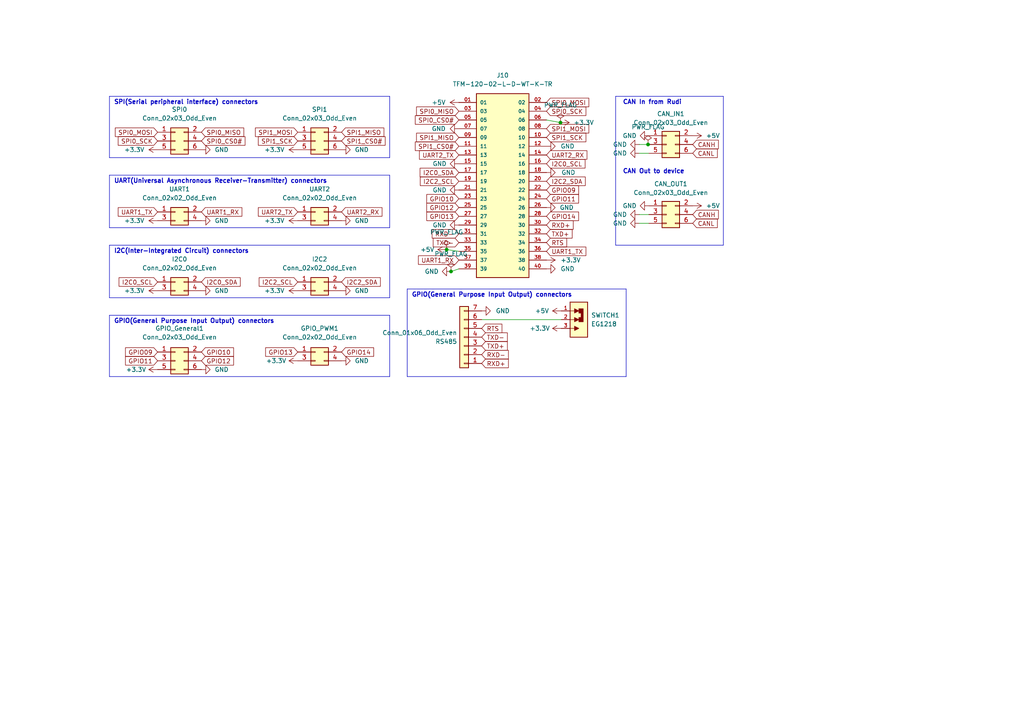
<source format=kicad_sch>
(kicad_sch (version 20211123) (generator eeschema)
  (paper "A4")
  (lib_symbols
    (symbol "Connector_Generic:Conn_01x07" (pin_names (offset 1.016) hide)
      (property "Reference" "J" (at 0 10.16 0))
      (property "Value" "Conn_01x07" (at 0 -10.16 0))
      (symbol "Conn_01x07_1_1"
        (rectangle (start -1.27 -7.493) (end 0 -7.747) (stroke (width 0.1524)))
        (rectangle (start -1.27 -4.953) (end 0 -5.207) (stroke (width 0.1524)))
        (rectangle (start -1.27 -2.413) (end 0 -2.667) (stroke (width 0.1524)))
        (rectangle (start -1.27 0.127) (end 0 -0.127) (stroke (width 0.1524)))
        (rectangle (start -1.27 2.667) (end 0 2.413) (stroke (width 0.1524)))
        (rectangle (start -1.27 5.207) (end 0 4.953) (stroke (width 0.1524)))
        (rectangle (start -1.27 7.747) (end 0 7.493) (stroke (width 0.1524)))
        (rectangle (start -1.27 8.89) (end 1.27 -8.89) (stroke (width 0.254)) (fill (type background)))
        (pin passive line (at -5.08 7.62 0) (length 3.81) (name "Pin_1") (number "1"))
        (pin passive line (at -5.08 5.08 0) (length 3.81) (name "Pin_2") (number "2"))
        (pin passive line (at -5.08 2.54 0) (length 3.81) (name "Pin_3") (number "3"))
        (pin passive line (at -5.08 0 0) (length 3.81) (name "Pin_4") (number "4"))
        (pin passive line (at -5.08 -2.54 0) (length 3.81) (name "Pin_5") (number "5"))
        (pin passive line (at -5.08 -5.08 0) (length 3.81) (name "Pin_6") (number "6"))
        (pin passive line (at -5.08 -7.62 0) (length 3.81) (name "Pin_7") (number "7"))
      )
    )
    (symbol "Connector_Generic:Conn_02x02_Odd_Even" (pin_names (offset 1.016) hide)
      (property "Reference" "J" (at 1.27 2.54 0))
      (property "Value" "Conn_02x02_Odd_Even" (at 1.27 -5.08 0))
      (symbol "Conn_02x02_Odd_Even_1_1"
        (rectangle (start -1.27 -2.413) (end 0 -2.667) (stroke (width 0.1524)))
        (rectangle (start -1.27 0.127) (end 0 -0.127) (stroke (width 0.1524)))
        (rectangle (start -1.27 1.27) (end 3.81 -3.81) (stroke (width 0.254)) (fill (type background)))
        (rectangle (start 3.81 -2.413) (end 2.54 -2.667) (stroke (width 0.1524)))
        (rectangle (start 3.81 0.127) (end 2.54 -0.127) (stroke (width 0.1524)))
        (pin passive line (at -5.08 0 0) (length 3.81) (name "Pin_1") (number "1"))
        (pin passive line (at 7.62 0 180) (length 3.81) (name "Pin_2") (number "2"))
        (pin passive line (at -5.08 -2.54 0) (length 3.81) (name "Pin_3") (number "3"))
        (pin passive line (at 7.62 -2.54 180) (length 3.81) (name "Pin_4") (number "4"))
      )
    )
    (symbol "Connector_Generic:Conn_02x03_Odd_Even" (pin_names (offset 1.016) hide)
      (property "Reference" "J" (at 1.27 5.08 0))
      (property "Value" "Conn_02x03_Odd_Even" (at 1.27 -5.08 0))
      (symbol "Conn_02x03_Odd_Even_1_1"
        (rectangle (start -1.27 -2.413) (end 0 -2.667) (stroke (width 0.1524)))
        (rectangle (start -1.27 0.127) (end 0 -0.127) (stroke (width 0.1524)))
        (rectangle (start -1.27 2.667) (end 0 2.413) (stroke (width 0.1524)))
        (rectangle (start -1.27 3.81) (end 3.81 -3.81) (stroke (width 0.254)) (fill (type background)))
        (rectangle (start 3.81 -2.413) (end 2.54 -2.667) (stroke (width 0.1524)))
        (rectangle (start 3.81 0.127) (end 2.54 -0.127) (stroke (width 0.1524)))
        (rectangle (start 3.81 2.667) (end 2.54 2.413) (stroke (width 0.1524)))
        (pin passive line (at -5.08 2.54 0) (length 3.81) (name "Pin_1") (number "1"))
        (pin passive line (at 7.62 2.54 180) (length 3.81) (name "Pin_2") (number "2"))
        (pin passive line (at -5.08 0 0) (length 3.81) (name "Pin_3") (number "3"))
        (pin passive line (at 7.62 0 180) (length 3.81) (name "Pin_4") (number "4"))
        (pin passive line (at -5.08 -2.54 0) (length 3.81) (name "Pin_5") (number "5"))
        (pin passive line (at 7.62 -2.54 180) (length 3.81) (name "Pin_6") (number "6"))
      )
    )
    (symbol "EG1218:EG1218" (pin_names (offset 1.016))
      (property "Reference" "S" (at -5.08 5.842 0))
      (property "Value" "EG1218" (at -5.08 -7.62 0))
      (symbol "EG1218_0_0"
        (rectangle (start -2.54 -5.08) (end 2.54 5.08) (stroke (width 0.254)) (fill (type background)))
        (polyline (pts (xy -2.54 -2.54) (xy -1.27 -2.54)) (stroke (width 0.1524)))
        (polyline (pts (xy -2.54 0) (xy -1.27 0)) (stroke (width 0.1524)))
        (polyline (pts (xy -2.54 2.54) (xy -1.27 2.54)) (stroke (width 0.1524)))
        (polyline (pts (xy -1.27 -1.905) (xy -1.27 -3.175) (xy 0 -2.54) (xy -1.27 -1.905)) (stroke (width 0.1524)) (fill (type outline)))
        (polyline (pts (xy -1.27 0.635) (xy -1.27 -0.635) (xy 0 0) (xy -1.27 0.635)) (stroke (width 0.1524)) (fill (type outline)))
        (polyline (pts (xy -1.27 3.175) (xy -1.27 1.905) (xy 0 2.54) (xy -1.27 3.175)) (stroke (width 0.1524)) (fill (type outline)))
        (polyline (pts (xy 0 1.905) (xy 0 3.175) (xy 1.27 3.175) (xy 1.27 -0.635) (xy 0 -0.635) (xy 0 0.635) (xy 0.635 0.635) (xy 0.635 1.905) (xy 0 1.905)) (stroke (width 0.1524)) (fill (type outline)))
        (pin passive line (at -5.08 2.54 0) (length 2.54) (name "~") (number "1"))
        (pin passive line (at -5.08 0 0) (length 2.54) (name "~") (number "2"))
        (pin passive line (at -5.08 -2.54 0) (length 2.54) (name "~") (number "3"))
      )
    )
    (symbol "TFM-120-02-L-D-WT-K-TR:TFM-120-02-L-D-WT-K-TR" (pin_names (offset 1.016))
      (property "Reference" "J" (at -8.12 26.516 0))
      (property "Value" "TFM-120-02-L-D-WT-K-TR" (at -7.62 -30.48 0))
      (symbol "TFM-120-02-L-D-WT-K-TR_0_0"
        (rectangle (start -7.62 -27.94) (end 7.62 25.4) (stroke (width 0.254)) (fill (type background)))
        (pin passive line (at -12.7 22.86 0) (length 5.08) (name "01") (number "01"))
        (pin passive line (at 12.7 22.86 180) (length 5.08) (name "02") (number "02"))
        (pin passive line (at -12.7 20.32 0) (length 5.08) (name "03") (number "03"))
        (pin passive line (at 12.7 20.32 180) (length 5.08) (name "04") (number "04"))
        (pin passive line (at -12.7 17.78 0) (length 5.08) (name "05") (number "05"))
        (pin passive line (at 12.7 17.78 180) (length 5.08) (name "06") (number "06"))
        (pin passive line (at -12.7 15.24 0) (length 5.08) (name "07") (number "07"))
        (pin passive line (at 12.7 15.24 180) (length 5.08) (name "08") (number "08"))
        (pin passive line (at -12.7 12.7 0) (length 5.08) (name "09") (number "09"))
        (pin passive line (at 12.7 12.7 180) (length 5.08) (name "10") (number "10"))
        (pin passive line (at -12.7 10.16 0) (length 5.08) (name "11") (number "11"))
        (pin passive line (at 12.7 10.16 180) (length 5.08) (name "12") (number "12"))
        (pin passive line (at -12.7 7.62 0) (length 5.08) (name "13") (number "13"))
        (pin passive line (at 12.7 7.62 180) (length 5.08) (name "14") (number "14"))
        (pin passive line (at -12.7 5.08 0) (length 5.08) (name "15") (number "15"))
        (pin passive line (at 12.7 5.08 180) (length 5.08) (name "16") (number "16"))
        (pin passive line (at -12.7 2.54 0) (length 5.08) (name "17") (number "17"))
        (pin passive line (at 12.7 2.54 180) (length 5.08) (name "18") (number "18"))
        (pin passive line (at -12.7 0 0) (length 5.08) (name "19") (number "19"))
        (pin passive line (at 12.7 0 180) (length 5.08) (name "20") (number "20"))
        (pin passive line (at -12.7 -2.54 0) (length 5.08) (name "21") (number "21"))
        (pin passive line (at 12.7 -2.54 180) (length 5.08) (name "22") (number "22"))
        (pin passive line (at -12.7 -5.08 0) (length 5.08) (name "23") (number "23"))
        (pin passive line (at 12.7 -5.08 180) (length 5.08) (name "24") (number "24"))
        (pin passive line (at -12.7 -7.62 0) (length 5.08) (name "25") (number "25"))
        (pin passive line (at 12.7 -7.62 180) (length 5.08) (name "26") (number "26"))
        (pin passive line (at -12.7 -10.16 0) (length 5.08) (name "27") (number "27"))
        (pin passive line (at 12.7 -10.16 180) (length 5.08) (name "28") (number "28"))
        (pin passive line (at -12.7 -12.7 0) (length 5.08) (name "29") (number "29"))
        (pin passive line (at 12.7 -12.7 180) (length 5.08) (name "30") (number "30"))
        (pin passive line (at -12.7 -15.24 0) (length 5.08) (name "31") (number "31"))
        (pin passive line (at 12.7 -15.24 180) (length 5.08) (name "32") (number "32"))
        (pin passive line (at -12.7 -17.78 0) (length 5.08) (name "33") (number "33"))
        (pin passive line (at 12.7 -17.78 180) (length 5.08) (name "34") (number "34"))
        (pin passive line (at -12.7 -20.32 0) (length 5.08) (name "35") (number "35"))
        (pin passive line (at 12.7 -20.32 180) (length 5.08) (name "36") (number "36"))
        (pin passive line (at -12.7 -22.86 0) (length 5.08) (name "37") (number "37"))
        (pin passive line (at 12.7 -22.86 180) (length 5.08) (name "38") (number "38"))
        (pin passive line (at -12.7 -25.4 0) (length 5.08) (name "39") (number "39"))
        (pin passive line (at 12.7 -25.4 180) (length 5.08) (name "40") (number "40"))
      )
    )
    (symbol "power:+3.3V" (power) (pin_names (offset 0))
      (property "Value" "+3.3V" (at 0 3.556 0))
      (symbol "+3.3V_0_1"
        (polyline (pts (xy -0.762 1.27) (xy 0 2.54)))
        (polyline (pts (xy 0 0) (xy 0 2.54)))
        (polyline (pts (xy 0 2.54) (xy 0.762 1.27)))
      )
      (symbol "+3.3V_1_1"
        (pin power_in line (at 0 0 90) (length 0) hide (name "+3.3V") (number "1"))
      )
    )
    (symbol "power:+5V" (power) (pin_names (offset 0))
      (property "Value" "+5V" (at 0 3.556 0))
      (symbol "+5V_0_1"
        (polyline (pts (xy -0.762 1.27) (xy 0 2.54)))
        (polyline (pts (xy 0 0) (xy 0 2.54)))
        (polyline (pts (xy 0 2.54) (xy 0.762 1.27)))
      )
      (symbol "+5V_1_1"
        (pin power_in line (at 0 0 90) (length 0) hide (name "+5V") (number "1"))
      )
    )
    (symbol "power:GND" (power) (pin_names (offset 0))
      (property "Value" "GND" (at 0 -3.81 0))
      (symbol "GND_0_1"
        (polyline (pts (xy 0 0) (xy 0 -1.27) (xy 1.27 -1.27) (xy 0 -2.54) (xy -1.27 -1.27) (xy 0 -1.27)))
      )
      (symbol "GND_1_1"
        (pin power_in line (at 0 0 270) (length 0) hide (name "GND") (number "1"))
      )
    )
    (symbol "power:PWR_FLAG" (power) (pin_numbers hide) (pin_names (offset 0) hide)
      (property "Value" "PWR_FLAG" (at 0 3.81 0))
      (symbol "PWR_FLAG_0_0"
        (pin power_out line (at 0 0 90) (length 0) (name "pwr") (number "1"))
      )
      (symbol "PWR_FLAG_0_1"
        (polyline (pts (xy 0 0) (xy 0 1.27) (xy -1.016 1.905) (xy 0 2.54) (xy 1.016 1.905) (xy 0 1.27)))
      )
    )
  )
  (junction (at 162.56 35.56))
  (junction (at 129.54 72.39))
  (junction (at 130.81 78.74))
  (junction (at 187.96 41.91))
  (polyline (pts (xy 31.75 27.94) (xy 113.03 27.94)) (stroke (width 0) (type solid)))
  (polyline (pts (xy 113.03 109.22) (xy 31.75 109.22)) (stroke (width 0) (type solid)))
  (polyline (pts (xy 178.562 27.94) (xy 178.562 71.12)) (stroke (width 0) (type solid)))
  (polyline (pts (xy 31.75 91.44) (xy 31.75 109.22)) (stroke (width 0) (type solid)))
  (polyline (pts (xy 113.03 66.04) (xy 31.75 66.04)) (stroke (width 0) (type solid)))
  (polyline (pts (xy 113.03 45.72) (xy 113.03 27.94)) (stroke (width 0) (type solid)))
  (wire (pts (xy 139.7 92.71) (xy 162.814 92.71)))
  (polyline (pts (xy 31.75 91.44) (xy 113.03 91.44)) (stroke (width 0) (type solid)))
  (wire (pts (xy 185.42 62.23) (xy 188.214 62.23)))
  (polyline (pts (xy 31.75 27.94) (xy 31.75 45.72)) (stroke (width 0) (type solid)))
  (polyline (pts (xy 113.03 66.04) (xy 113.03 50.8)) (stroke (width 0) (type solid)))
  (polyline (pts (xy 209.804 71.12) (xy 178.562 71.12)) (stroke (width 0) (type solid)))
  (polyline (pts (xy 113.03 109.22) (xy 113.03 91.44)) (stroke (width 0) (type solid)))
  (wire (pts (xy 185.42 64.77) (xy 188.214 64.77)))
  (wire (pts (xy 185.42 41.91) (xy 187.96 41.91)))
  (wire (pts (xy 185.42 44.45) (xy 188.214 44.45)))
  (polyline (pts (xy 118.11 83.82) (xy 118.11 109.22)) (stroke (width 0) (type solid)))
  (polyline (pts (xy 181.61 109.22) (xy 181.61 83.82)) (stroke (width 0) (type solid)))
  (polyline (pts (xy 209.804 71.12) (xy 209.804 27.94)) (stroke (width 0) (type solid)))
  (polyline (pts (xy 31.75 50.8) (xy 113.03 50.8)) (stroke (width 0) (type solid)))
  (polyline (pts (xy 178.562 27.94) (xy 209.804 27.94)) (stroke (width 0) (type solid)))
  (wire (pts (xy 162.56 35.56) (xy 158.496 34.798)))
  (polyline (pts (xy 31.75 71.12) (xy 31.75 86.36)) (stroke (width 0) (type solid)))
  (polyline (pts (xy 31.75 50.8) (xy 31.75 66.04)) (stroke (width 0) (type solid)))
  (polyline (pts (xy 118.11 83.82) (xy 181.61 83.82)) (stroke (width 0) (type solid)))
  (polyline (pts (xy 113.03 86.36) (xy 113.03 71.12)) (stroke (width 0) (type solid)))
  (polyline (pts (xy 181.61 109.22) (xy 118.11 109.22)) (stroke (width 0) (type solid)))
  (wire (pts (xy 187.96 41.91) (xy 188.214 41.91)))
  (polyline (pts (xy 113.03 45.72) (xy 31.75 45.72)) (stroke (width 0) (type solid)))
  (polyline (pts (xy 113.03 86.36) (xy 31.75 86.36)) (stroke (width 0) (type solid)))
  (wire (pts (xy 129.54 72.39) (xy 133.096 72.898)))
  (polyline (pts (xy 31.75 71.12) (xy 113.03 71.12)) (stroke (width 0) (type solid)))
  (wire (pts (xy 130.81 78.74) (xy 133.096 77.978)))
  (text "CAN Out to device" (at 180.594 50.546 0) (effects (font (size 1.27 1.27) (thickness 0.254) bold) (justify left bottom)))
  (text "SPI(Serial peripheral interface) connectors\n" (at 33.02 30.48 0) (effects (font (size 1.27 1.27) (thickness 0.254) bold) (justify left bottom)))
  (text "CAN In from Rudi" (at 180.594 30.48 0) (effects (font (size 1.27 1.27) (thickness 0.254) bold) (justify left bottom)))
  (text "UART(Universal Asynchronous Receiver-Transmitter) connectors\n" (at 33.02 53.34 0) (effects (font (size 1.27 1.27) (thickness 0.254) bold) (justify left bottom)))
  (text "GPIO(General Purpose Input Output) connectors\n" (at 33.02 93.98 0) (effects (font (size 1.27 1.27) (thickness 0.254) bold) (justify left bottom)))
  (text "I2C(Inter-Integrated Circuit) connectors\n" (at 33.02 73.66 0) (effects (font (size 1.27 1.27) (thickness 0.254) bold) (justify left bottom)))
  (text "GPIO(General Purpose Input Output) connectors\n" (at 119.38 86.36 0) (effects (font (size 1.27 1.27) (thickness 0.254) bold) (justify left bottom)))
  (global_label "TXD-" (shape input) (at 133.096 70.358 180) (property "Intersheet References" "${INTERSHEET_REFS}" (effects hide)))
  (global_label "TXD-" (shape input) (at 139.7 97.79 0) (property "Intersheet References" "${INTERSHEET_REFS}" (effects hide)))
  (global_label "CANL" (shape input) (at 200.914 44.45 0) (property "Intersheet References" "${INTERSHEET_REFS}" (effects hide)))
  (global_label "GPIO12" (shape input) (at 133.096 60.198 180) (property "Intersheet References" "${INTERSHEET_REFS}" (effects hide)))
  (global_label "RXD+" (shape input) (at 139.7 105.41 0) (property "Intersheet References" "${INTERSHEET_REFS}" (effects hide)))
  (global_label "I2C2_SCL" (shape input) (at 86.36 81.788 180) (property "Intersheet References" "${INTERSHEET_REFS}" (effects hide)))
  (global_label "SPI1_MOSI" (shape input) (at 86.36 38.354 180) (property "Intersheet References" "${INTERSHEET_REFS}" (effects hide)))
  (global_label "CANL" (shape input) (at 200.914 64.77 0) (property "Intersheet References" "${INTERSHEET_REFS}" (effects hide)))
  (global_label "UART1_RX" (shape input) (at 58.42 61.468 0) (property "Intersheet References" "${INTERSHEET_REFS}" (effects hide)))
  (global_label "CANH" (shape input) (at 200.914 62.23 0) (property "Intersheet References" "${INTERSHEET_REFS}" (effects hide)))
  (global_label "SPI0_MOSI" (shape input) (at 45.72 38.354 180) (property "Intersheet References" "${INTERSHEET_REFS}" (effects hide)))
  (global_label "UART2_RX" (shape input) (at 99.06 61.468 0) (property "Intersheet References" "${INTERSHEET_REFS}" (effects hide)))
  (global_label "SPI1_MOSI" (shape input) (at 158.496 37.338 0) (property "Intersheet References" "${INTERSHEET_REFS}" (effects hide)))
  (global_label "RTS" (shape input) (at 158.496 70.358 0) (property "Intersheet References" "${INTERSHEET_REFS}" (effects hide)))
  (global_label "RXD+" (shape input) (at 158.496 65.278 0) (property "Intersheet References" "${INTERSHEET_REFS}" (effects hide)))
  (global_label "GPIO13" (shape input) (at 86.36 102.108 180) (property "Intersheet References" "${INTERSHEET_REFS}" (effects hide)))
  (global_label "I2C0_SCL" (shape input) (at 45.72 81.788 180) (property "Intersheet References" "${INTERSHEET_REFS}" (effects hide)))
  (global_label "RXD-" (shape input) (at 133.096 67.818 180) (property "Intersheet References" "${INTERSHEET_REFS}" (effects hide)))
  (global_label "CANH" (shape input) (at 200.914 41.91 0) (property "Intersheet References" "${INTERSHEET_REFS}" (effects hide)))
  (global_label "GPIO11" (shape input) (at 158.496 57.658 0) (property "Intersheet References" "${INTERSHEET_REFS}" (effects hide)))
  (global_label "SPI1_SCK" (shape input) (at 158.496 39.878 0) (property "Intersheet References" "${INTERSHEET_REFS}" (effects hide)))
  (global_label "GPIO14" (shape input) (at 158.496 62.738 0) (property "Intersheet References" "${INTERSHEET_REFS}" (effects hide)))
  (global_label "SPI1_MISO" (shape input) (at 133.096 39.878 180) (property "Intersheet References" "${INTERSHEET_REFS}" (effects hide)))
  (global_label "SPI0_MISO" (shape input) (at 58.42 38.354 0) (property "Intersheet References" "${INTERSHEET_REFS}" (effects hide)))
  (global_label "SPI0_CS0#" (shape input) (at 133.096 34.798 180) (property "Intersheet References" "${INTERSHEET_REFS}" (effects hide)))
  (global_label "I2C0_SDA" (shape input) (at 133.096 50.038 180) (property "Intersheet References" "${INTERSHEET_REFS}" (effects hide)))
  (global_label "SPI0_SCK" (shape input) (at 158.496 32.258 0) (property "Intersheet References" "${INTERSHEET_REFS}" (effects hide)))
  (global_label "RXD-" (shape input) (at 139.7 102.87 0) (property "Intersheet References" "${INTERSHEET_REFS}" (effects hide)))
  (global_label "GPIO10" (shape input) (at 58.42 102.108 0) (property "Intersheet References" "${INTERSHEET_REFS}" (effects hide)))
  (global_label "GPIO09" (shape input) (at 158.496 55.118 0) (property "Intersheet References" "${INTERSHEET_REFS}" (effects hide)))
  (global_label "SPI0_MOSI" (shape input) (at 158.496 29.718 0) (property "Intersheet References" "${INTERSHEET_REFS}" (effects hide)))
  (global_label "UART2_TX" (shape input) (at 86.36 61.468 180) (property "Intersheet References" "${INTERSHEET_REFS}" (effects hide)))
  (global_label "UART2_RX" (shape input) (at 158.496 44.958 0) (property "Intersheet References" "${INTERSHEET_REFS}" (effects hide)))
  (global_label "GPIO13" (shape input) (at 133.096 62.738 180) (property "Intersheet References" "${INTERSHEET_REFS}" (effects hide)))
  (global_label "I2C0_SCL" (shape input) (at 158.496 47.498 0) (property "Intersheet References" "${INTERSHEET_REFS}" (effects hide)))
  (global_label "I2C2_SDA" (shape input) (at 99.06 81.788 0) (property "Intersheet References" "${INTERSHEET_REFS}" (effects hide)))
  (global_label "GPIO11" (shape input) (at 45.72 104.648 180) (property "Intersheet References" "${INTERSHEET_REFS}" (effects hide)))
  (global_label "I2C0_SDA" (shape input) (at 58.42 81.788 0) (property "Intersheet References" "${INTERSHEET_REFS}" (effects hide)))
  (global_label "GPIO09" (shape input) (at 45.72 102.108 180) (property "Intersheet References" "${INTERSHEET_REFS}" (effects hide)))
  (global_label "UART1_RX" (shape input) (at 133.096 75.438 180) (property "Intersheet References" "${INTERSHEET_REFS}" (effects hide)))
  (global_label "UART1_TX" (shape input) (at 158.496 72.898 0) (property "Intersheet References" "${INTERSHEET_REFS}" (effects hide)))
  (global_label "I2C2_SDA" (shape input) (at 158.496 52.578 0) (property "Intersheet References" "${INTERSHEET_REFS}" (effects hide)))
  (global_label "UART2_TX" (shape input) (at 133.096 44.958 180) (property "Intersheet References" "${INTERSHEET_REFS}" (effects hide)))
  (global_label "GPIO10" (shape input) (at 133.096 57.658 180) (property "Intersheet References" "${INTERSHEET_REFS}" (effects hide)))
  (global_label "SPI1_CS0#" (shape input) (at 99.06 40.894 0) (property "Intersheet References" "${INTERSHEET_REFS}" (effects hide)))
  (global_label "SPI1_CS0#" (shape input) (at 133.096 42.418 180) (property "Intersheet References" "${INTERSHEET_REFS}" (effects hide)))
  (global_label "SPI0_MISO" (shape input) (at 133.096 32.258 180) (property "Intersheet References" "${INTERSHEET_REFS}" (effects hide)))
  (global_label "GPIO14" (shape input) (at 99.06 102.108 0) (property "Intersheet References" "${INTERSHEET_REFS}" (effects hide)))
  (global_label "GPIO12" (shape input) (at 58.42 104.648 0) (property "Intersheet References" "${INTERSHEET_REFS}" (effects hide)))
  (global_label "SPI1_SCK" (shape input) (at 86.36 40.894 180) (property "Intersheet References" "${INTERSHEET_REFS}" (effects hide)))
  (global_label "UART1_TX" (shape input) (at 45.72 61.468 180) (property "Intersheet References" "${INTERSHEET_REFS}" (effects hide)))
  (global_label "RTS" (shape input) (at 139.7 95.25 0) (property "Intersheet References" "${INTERSHEET_REFS}" (effects hide)))
  (global_label "I2C2_SCL" (shape input) (at 133.096 52.578 180) (property "Intersheet References" "${INTERSHEET_REFS}" (effects hide)))
  (global_label "TXD+" (shape input) (at 139.7 100.33 0) (property "Intersheet References" "${INTERSHEET_REFS}" (effects hide)))
  (global_label "SPI0_CS0#" (shape input) (at 58.42 40.894 0) (property "Intersheet References" "${INTERSHEET_REFS}" (effects hide)))
  (global_label "SPI0_SCK" (shape input) (at 45.72 40.894 180) (property "Intersheet References" "${INTERSHEET_REFS}" (effects hide)))
  (global_label "TXD+" (shape input) (at 158.496 67.818 0) (property "Intersheet References" "${INTERSHEET_REFS}" (effects hide)))
  (global_label "SPI1_MISO" (shape input) (at 99.06 38.354 0) (property "Intersheet References" "${INTERSHEET_REFS}" (effects hide)))
  (symbol (lib_id "power:+3.3V") (at 45.72 64.008 90) (unit 1)
    (property "Reference" "#PWR0121" (effects hide))
    (property "Value" "+3.3V" (at 41.91 64.0079 90) (effects (justify left)))
  )
  (symbol (lib_id "power:+3.3V") (at 86.36 64.008 90) (unit 1)
    (property "Reference" "#PWR0118" (effects hide))
    (property "Value" "+3.3V" (at 82.55 64.0079 90) (effects (justify left)))
  )
  (symbol (lib_id "Connector_Generic:Conn_02x02_Odd_Even") (at 50.8 81.788 0) (unit 1)
    (property "Reference" "I2C0" (at 52.07 75.184 0))
    (property "Value" "Conn_02x02_Odd_Even" (at 52.07 77.724 0))
    (property "Footprint" "Connector_JST:JST_XH_B4B-XH-A_1x04_P2.50mm_Vertical" (effects hide))
  )
  (symbol (lib_id "power:GND") (at 185.42 41.91 270) (unit 1)
    (property "Reference" "#PWR0103" (effects hide))
    (property "Value" "GND" (at 181.864 41.9099 90) (effects (justify right)))
  )
  (symbol (lib_id "power:GND") (at 130.81 78.74 270) (unit 1)
    (property "Reference" "#PWR0133" (effects hide))
    (property "Value" "GND" (at 127.254 78.7399 90) (effects (justify right)))
  )
  (symbol (lib_id "power:GND") (at 99.06 64.008 90) (unit 1)
    (property "Reference" "#PWR0124" (effects hide))
    (property "Value" "GND" (at 102.87 64.0079 90) (effects (justify right)))
  )
  (symbol (lib_id "power:GND") (at 99.06 104.648 90) (unit 1)
    (property "Reference" "#PWR0130" (effects hide))
    (property "Value" "GND" (at 102.87 104.6479 90) (effects (justify right)))
  )
  (symbol (lib_id "power:PWR_FLAG") (at 187.96 41.91 0) (unit 1)
    (property "Reference" "#FLG0101" (effects hide))
    (property "Value" "PWR_FLAG" (at 187.96 36.83 0))
  )
  (symbol (lib_id "power:GND") (at 158.496 42.418 90) (unit 1)
    (property "Reference" "#PWR0116" (effects hide))
    (property "Value" "GND" (at 162.56 42.4179 90) (effects (justify right)))
  )
  (symbol (lib_id "Connector_Generic:Conn_02x03_Odd_Even") (at 50.8 104.648 0) (unit 1)
    (property "Reference" "GPIO_General1" (at 52.07 95.25 0))
    (property "Value" "Conn_02x03_Odd_Even" (at 52.07 97.79 0))
    (property "Footprint" "Connector_JST:JST_XH_B6B-XH-A_1x06_P2.50mm_Vertical" (effects hide))
  )
  (symbol (lib_id "power:GND") (at 133.096 65.278 270) (unit 1)
    (property "Reference" "#PWR0139" (effects hide))
    (property "Value" "GND" (at 129.54 65.2779 90) (effects (justify right)))
  )
  (symbol (lib_id "Connector_Generic:Conn_02x03_Odd_Even") (at 50.8 40.894 0) (unit 1)
    (property "Reference" "SPI0" (at 52.07 31.75 0))
    (property "Value" "Conn_02x03_Odd_Even" (at 52.07 34.29 0))
    (property "Footprint" "Connector_JST:JST_XH_B6B-XH-A_1x06_P2.50mm_Vertical" (effects hide))
  )
  (symbol (lib_id "power:+3.3V") (at 158.496 75.438 270) (unit 1)
    (property "Reference" "#PWR0137" (effects hide))
    (property "Value" "+3.3V" (at 162.56 75.4379 90) (effects (justify left)))
  )
  (symbol (lib_id "power:GND") (at 158.496 50.038 90) (unit 1)
    (property "Reference" "#PWR0114" (effects hide))
    (property "Value" "GND" (at 162.814 50.0379 90) (effects (justify right)))
  )
  (symbol (lib_id "power:GND") (at 185.42 44.45 270) (unit 1)
    (property "Reference" "#PWR0102" (effects hide))
    (property "Value" "GND" (at 181.864 44.4499 90) (effects (justify right)))
  )
  (symbol (lib_id "power:+5V") (at 129.54 72.39 90) (unit 1)
    (property "Reference" "#PWR0138" (effects hide))
    (property "Value" "+5V" (at 125.984 72.3899 90) (effects (justify left)))
  )
  (symbol (lib_id "power:GND") (at 99.06 84.328 90) (unit 1)
    (property "Reference" "#PWR0131" (effects hide))
    (property "Value" "GND" (at 102.87 84.3279 90) (effects (justify right)))
  )
  (symbol (lib_id "Connector_Generic:Conn_02x02_Odd_Even") (at 91.44 61.468 0) (unit 1)
    (property "Reference" "UART2" (at 92.71 54.864 0))
    (property "Value" "Conn_02x02_Odd_Even" (at 92.71 57.404 0))
    (property "Footprint" "Connector_JST:JST_XH_B4B-XH-A_1x04_P2.50mm_Vertical" (effects hide))
  )
  (symbol (lib_id "power:+5V") (at 162.814 90.17 90) (unit 1)
    (property "Reference" "#PWR0134" (effects hide))
    (property "Value" "+5V" (at 159.258 90.1699 90) (effects (justify left)))
  )
  (symbol (lib_id "Connector_Generic:Conn_02x02_Odd_Even") (at 50.8 61.468 0) (unit 1)
    (property "Reference" "UART1" (at 52.07 54.864 0))
    (property "Value" "Conn_02x02_Odd_Even" (at 52.07 57.404 0))
    (property "Footprint" "Connector_JST:JST_XH_B4B-XH-A_1x04_P2.50mm_Vertical" (effects hide))
  )
  (symbol (lib_id "Connector_Generic:Conn_02x03_Odd_Even") (at 193.294 41.91 0) (unit 1)
    (property "Reference" "CAN_IN1" (at 194.564 33.02 0))
    (property "Value" "Conn_02x03_Odd_Even" (at 194.564 35.56 0))
    (property "Footprint" "Connector_JST:JST_XH_B6B-XH-A_1x06_P2.50mm_Vertical" (effects hide))
  )
  (symbol (lib_id "power:+3.3V") (at 45.72 84.328 90) (unit 1)
    (property "Reference" "#PWR0126" (effects hide))
    (property "Value" "+3.3V" (at 41.91 84.3279 90) (effects (justify left)))
  )
  (symbol (lib_id "power:GND") (at 185.42 62.23 270) (unit 1)
    (property "Reference" "#PWR0104" (effects hide))
    (property "Value" "GND" (at 181.864 62.2299 90) (effects (justify right)))
  )
  (symbol (lib_id "power:+5V") (at 133.096 29.718 90) (unit 1)
    (property "Reference" "#PWR0110" (effects hide))
    (property "Value" "+5V" (at 129.286 29.7179 90) (effects (justify left)))
  )
  (symbol (lib_id "power:PWR_FLAG") (at 130.81 78.74 0) (unit 1)
    (property "Reference" "#FLG0104" (effects hide))
    (property "Value" "PWR_FLAG" (at 130.81 73.66 0))
  )
  (symbol (lib_id "power:GND") (at 58.42 107.188 90) (unit 1)
    (property "Reference" "#PWR0128" (effects hide))
    (property "Value" "GND" (at 62.23 107.1879 90) (effects (justify right)))
  )
  (symbol (lib_id "power:+3.3V") (at 162.56 35.56 270) (unit 1)
    (property "Reference" "#PWR0113" (effects hide))
    (property "Value" "+3.3V" (at 166.37 35.5599 90) (effects (justify left)))
  )
  (symbol (lib_id "Connector_Generic:Conn_02x02_Odd_Even") (at 91.44 102.108 0) (unit 1)
    (property "Reference" "GPIO_PWM1" (at 92.71 95.25 0))
    (property "Value" "Conn_02x02_Odd_Even" (at 92.71 97.79 0))
    (property "Footprint" "Connector_JST:JST_XH_B4B-XH-A_1x04_P2.50mm_Vertical" (effects hide))
  )
  (symbol (lib_id "Connector_Generic:Conn_02x03_Odd_Even") (at 193.294 62.23 0) (unit 1)
    (property "Reference" "CAN_OUT1" (at 194.564 53.34 0))
    (property "Value" "Conn_02x03_Odd_Even" (at 194.564 55.88 0))
    (property "Footprint" "Connector_JST:JST_XH_B6B-XH-A_1x06_P2.50mm_Vertical" (effects hide))
  )
  (symbol (lib_id "power:PWR_FLAG") (at 162.56 35.56 0) (unit 1)
    (property "Reference" "#FLG0103" (effects hide))
    (property "Value" "PWR_FLAG" (at 162.56 30.48 0))
  )
  (symbol (lib_id "Connector_Generic:Conn_01x07") (at 134.62 97.79 180) (unit 1)
    (property "Reference" "RS485" (at 132.588 99.0601 0) (effects (justify left)))
    (property "Value" "Conn_01x06_Odd_Even" (at 132.588 96.5201 0) (effects (justify left)))
    (property "Footprint" "Connector_JST:JST_XH_B7B-XH-A_1x07_P2.50mm_Vertical" (effects hide))
  )
  (symbol (lib_id "power:+3.3V") (at 162.814 95.25 90) (unit 1)
    (property "Reference" "#PWR0135" (effects hide))
    (property "Value" "+3.3V" (at 159.512 95.2499 90) (effects (justify left)))
  )
  (symbol (lib_id "power:GND") (at 158.496 60.198 90) (unit 1)
    (property "Reference" "#PWR0115" (effects hide))
    (property "Value" "GND" (at 162.306 60.1979 90) (effects (justify right)))
  )
  (symbol (lib_id "power:GND") (at 133.096 47.498 270) (unit 1)
    (property "Reference" "#PWR0112" (effects hide))
    (property "Value" "GND" (at 129.54 47.4979 90) (effects (justify right)))
  )
  (symbol (lib_id "power:+5V") (at 200.914 59.69 270) (unit 1)
    (property "Reference" "#PWR0107" (effects hide))
    (property "Value" "+5V" (at 204.724 59.6899 90) (effects (justify left)))
  )
  (symbol (lib_id "power:GND") (at 58.42 43.434 90) (unit 1)
    (property "Reference" "#PWR0119" (effects hide))
    (property "Value" "GND" (at 62.23 43.4339 90) (effects (justify right)))
  )
  (symbol (lib_id "power:GND") (at 158.496 77.978 90) (unit 1)
    (property "Reference" "#PWR0136" (effects hide))
    (property "Value" "GND" (at 162.56 77.9779 90) (effects (justify right)))
  )
  (symbol (lib_id "power:GND") (at 139.7 90.17 90) (unit 1)
    (property "Reference" "#PWR0140" (effects hide))
    (property "Value" "GND" (at 143.764 90.1699 90) (effects (justify right)))
  )
  (symbol (lib_id "power:GND") (at 99.06 43.434 90) (unit 1)
    (property "Reference" "#PWR0123" (effects hide))
    (property "Value" "GND" (at 102.87 43.4339 90) (effects (justify right)))
  )
  (symbol (lib_id "power:GND") (at 188.214 59.69 270) (unit 1)
    (property "Reference" "#PWR0101" (effects hide))
    (property "Value" "GND" (at 184.658 59.6899 90) (effects (justify right)))
  )
  (symbol (lib_id "power:+3.3V") (at 86.36 84.328 90) (unit 1)
    (property "Reference" "#PWR0132" (effects hide))
    (property "Value" "+3.3V" (at 82.55 84.3279 90) (effects (justify left)))
  )
  (symbol (lib_id "power:GND") (at 185.42 64.77 270) (unit 1)
    (property "Reference" "#PWR0106" (effects hide))
    (property "Value" "GND" (at 181.864 64.7699 90) (effects (justify right)))
  )
  (symbol (lib_id "EG1218:EG1218") (at 167.894 92.71 0) (unit 1)
    (property "Reference" "SWITCH1" (at 171.45 91.4399 0) (effects (justify left)))
    (property "Value" "EG1218" (at 171.45 93.9799 0) (effects (justify left)))
    (property "Footprint" "EG1218:SW_EG1218" (effects hide))
    (property "MF" "E-Switch" (effects hide))
    (property "DESCRIPTION" "Slide Switch SPDT Through Hole" (effects hide))
    (property "PACKAGE" "None" (effects hide))
    (property "PRICE" "None" (effects hide))
    (property "Package" "None" (effects hide))
    (property "Check_prices" "https://www.snapeda.com/parts/EG1218/E-Switch/view-part/?ref=eda" (effects hide))
    (property "Price" "None" (effects hide))
    (property "SnapEDA_Link" "https://www.snapeda.com/parts/EG1218/E-Switch/view-part/?ref=snap" (effects hide))
    (property "MP" "EG1218" (effects hide))
    (property "Purchase-URL" "https://www.snapeda.com/api/url_track_click_mouser/?unipart_id=13895&manufacturer=E-Switch&part_name=EG1218&search_term=None" (effects hide))
    (property "Description" "\nSlide Switch, EG Series, SPDT, Non-Shorting, ON-ON, 200mA DC, 30VDC, PC Pin | E-Switch EG1218\n" (effects hide))
    (property "Availability" "In Stock" (effects hide))
    (property "AVAILABILITY" "In Stock" (effects hide))
    (property "PURCHASE-URL" "https://pricing.snapeda.com/search/part/EG1218/?ref=eda" (effects hide))
  )
  (symbol (lib_id "power:PWR_FLAG") (at 129.54 72.39 0) (unit 1)
    (property "Reference" "#FLG0105" (effects hide))
    (property "Value" "PWR_FLAG" (at 129.54 67.31 0))
  )
  (symbol (lib_id "power:GND") (at 133.096 37.338 270) (unit 1)
    (property "Reference" "#PWR0109" (effects hide))
    (property "Value" "GND" (at 129.286 37.3379 90) (effects (justify right)))
  )
  (symbol (lib_id "TFM-120-02-L-D-WT-K-TR:TFM-120-02-L-D-WT-K-TR") (at 145.796 52.578 0) (unit 1)
    (property "Reference" "J10" (at 145.796 21.844 0))
    (property "Value" "TFM-120-02-L-D-WT-K-TR" (at 145.796 24.384 0))
    (property "Footprint" "TFM-120-02-L-D-WT-K-TR:SAMTEC_TFM-120-02-L-D-WT-K-TR" (effects hide))
    (property "MF" "Samtec" (effects hide))
    (property "Purchase-URL" "https://www.snapeda.com/api/url_track_click_mouser/?unipart_id=1344817&manufacturer=Samtec&part_name=TFM-120-02-L-D-WT&search_term=tfm-120-02-l-d-wt" (effects hide))
    (property "Package" "None" (effects hide))
    (property "Check_prices" "https://www.snapeda.com/parts/TFM-120-02-L-D-WT/Samtec+Inc./view-part/?ref=eda" (effects hide))
    (property "STANDARD" "Manufacturer Recommendations" (effects hide))
    (property "PARTREV" "Q" (effects hide))
    (property "SnapEDA_Link" "https://www.snapeda.com/parts/TFM-120-02-L-D-WT/Samtec+Inc./view-part/?ref=snap" (effects hide))
    (property "MP" "TFM-120-02-L-D-WT" (effects hide))
    (property "Description" "\nTFM - Samtec 1.27mm Tiger Eye™ | High-Reliability Surface Mount Header\n" (effects hide))
    (property "MANUFACTURER" "SAMTEC" (effects hide))
  )
  (symbol (lib_id "power:GND") (at 188.214 39.37 270) (unit 1)
    (property "Reference" "#PWR0105" (effects hide))
    (property "Value" "GND" (at 184.658 39.3699 90) (effects (justify right)))
  )
  (symbol (lib_id "power:GND") (at 58.42 64.008 90) (unit 1)
    (property "Reference" "#PWR0122" (effects hide))
    (property "Value" "GND" (at 62.23 64.0079 90) (effects (justify right)))
  )
  (symbol (lib_id "power:+3.3V") (at 86.36 104.648 90) (unit 1)
    (property "Reference" "#PWR0127" (effects hide))
    (property "Value" "+3.3V" (at 83.058 104.6479 90) (effects (justify left)))
  )
  (symbol (lib_id "power:GND") (at 133.096 55.118 270) (unit 1)
    (property "Reference" "#PWR0111" (effects hide))
    (property "Value" "GND" (at 129.54 55.1179 90) (effects (justify right)))
  )
  (symbol (lib_id "power:+3.3V") (at 86.36 43.434 90) (unit 1)
    (property "Reference" "#PWR0117" (effects hide))
    (property "Value" "+3.3V" (at 82.55 43.4339 90) (effects (justify left)))
  )
  (symbol (lib_id "power:GND") (at 58.42 84.328 90) (unit 1)
    (property "Reference" "#PWR0125" (effects hide))
    (property "Value" "GND" (at 62.23 84.3279 90) (effects (justify right)))
  )
  (symbol (lib_id "Connector_Generic:Conn_02x03_Odd_Even") (at 91.44 40.894 0) (unit 1)
    (property "Reference" "SPI1" (at 92.71 31.75 0))
    (property "Value" "Conn_02x03_Odd_Even" (at 92.71 34.29 0))
    (property "Footprint" "Connector_JST:JST_XH_B6B-XH-A_1x06_P2.50mm_Vertical" (effects hide))
  )
  (symbol (lib_id "Connector_Generic:Conn_02x02_Odd_Even") (at 91.44 81.788 0) (unit 1)
    (property "Reference" "I2C2" (at 92.71 75.184 0))
    (property "Value" "Conn_02x02_Odd_Even" (at 92.71 77.724 0))
    (property "Footprint" "Connector_JST:JST_XH_B4B-XH-A_1x04_P2.50mm_Vertical" (effects hide))
  )
  (symbol (lib_id "power:+5V") (at 200.914 39.37 270) (unit 1)
    (property "Reference" "#PWR0108" (effects hide))
    (property "Value" "+5V" (at 204.724 39.3699 90) (effects (justify left)))
  )
  (symbol (lib_id "power:+3.3V") (at 45.72 43.434 90) (unit 1)
    (property "Reference" "#PWR0120" (effects hide))
    (property "Value" "+3.3V" (at 41.91 43.4339 90) (effects (justify left)))
  )
  (symbol (lib_id "power:+3.3V") (at 45.72 107.188 90) (unit 1)
    (property "Reference" "#PWR0129" (effects hide))
    (property "Value" "+3.3V" (at 42.418 107.1879 90) (effects (justify left)))
  )
)
</source>
